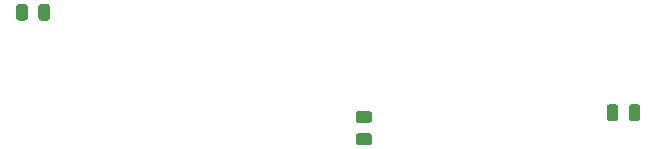
<source format=gbr>
G04 #@! TF.GenerationSoftware,KiCad,Pcbnew,5.1.5*
G04 #@! TF.CreationDate,2020-04-11T22:48:05+02:00*
G04 #@! TF.ProjectId,rc_car,72635f63-6172-42e6-9b69-6361645f7063,rev?*
G04 #@! TF.SameCoordinates,Original*
G04 #@! TF.FileFunction,Paste,Bot*
G04 #@! TF.FilePolarity,Positive*
%FSLAX46Y46*%
G04 Gerber Fmt 4.6, Leading zero omitted, Abs format (unit mm)*
G04 Created by KiCad (PCBNEW 5.1.5) date 2020-04-11 22:48:05*
%MOMM*%
%LPD*%
G04 APERTURE LIST*
%ADD10C,0.100000*%
G04 APERTURE END LIST*
D10*
G36*
X103330142Y-56301174D02*
G01*
X103353803Y-56304684D01*
X103377007Y-56310496D01*
X103399529Y-56318554D01*
X103421153Y-56328782D01*
X103441670Y-56341079D01*
X103460883Y-56355329D01*
X103478607Y-56371393D01*
X103494671Y-56389117D01*
X103508921Y-56408330D01*
X103521218Y-56428847D01*
X103531446Y-56450471D01*
X103539504Y-56472993D01*
X103545316Y-56496197D01*
X103548826Y-56519858D01*
X103550000Y-56543750D01*
X103550000Y-57456250D01*
X103548826Y-57480142D01*
X103545316Y-57503803D01*
X103539504Y-57527007D01*
X103531446Y-57549529D01*
X103521218Y-57571153D01*
X103508921Y-57591670D01*
X103494671Y-57610883D01*
X103478607Y-57628607D01*
X103460883Y-57644671D01*
X103441670Y-57658921D01*
X103421153Y-57671218D01*
X103399529Y-57681446D01*
X103377007Y-57689504D01*
X103353803Y-57695316D01*
X103330142Y-57698826D01*
X103306250Y-57700000D01*
X102818750Y-57700000D01*
X102794858Y-57698826D01*
X102771197Y-57695316D01*
X102747993Y-57689504D01*
X102725471Y-57681446D01*
X102703847Y-57671218D01*
X102683330Y-57658921D01*
X102664117Y-57644671D01*
X102646393Y-57628607D01*
X102630329Y-57610883D01*
X102616079Y-57591670D01*
X102603782Y-57571153D01*
X102593554Y-57549529D01*
X102585496Y-57527007D01*
X102579684Y-57503803D01*
X102576174Y-57480142D01*
X102575000Y-57456250D01*
X102575000Y-56543750D01*
X102576174Y-56519858D01*
X102579684Y-56496197D01*
X102585496Y-56472993D01*
X102593554Y-56450471D01*
X102603782Y-56428847D01*
X102616079Y-56408330D01*
X102630329Y-56389117D01*
X102646393Y-56371393D01*
X102664117Y-56355329D01*
X102683330Y-56341079D01*
X102703847Y-56328782D01*
X102725471Y-56318554D01*
X102747993Y-56310496D01*
X102771197Y-56304684D01*
X102794858Y-56301174D01*
X102818750Y-56300000D01*
X103306250Y-56300000D01*
X103330142Y-56301174D01*
G37*
G36*
X105205142Y-56301174D02*
G01*
X105228803Y-56304684D01*
X105252007Y-56310496D01*
X105274529Y-56318554D01*
X105296153Y-56328782D01*
X105316670Y-56341079D01*
X105335883Y-56355329D01*
X105353607Y-56371393D01*
X105369671Y-56389117D01*
X105383921Y-56408330D01*
X105396218Y-56428847D01*
X105406446Y-56450471D01*
X105414504Y-56472993D01*
X105420316Y-56496197D01*
X105423826Y-56519858D01*
X105425000Y-56543750D01*
X105425000Y-57456250D01*
X105423826Y-57480142D01*
X105420316Y-57503803D01*
X105414504Y-57527007D01*
X105406446Y-57549529D01*
X105396218Y-57571153D01*
X105383921Y-57591670D01*
X105369671Y-57610883D01*
X105353607Y-57628607D01*
X105335883Y-57644671D01*
X105316670Y-57658921D01*
X105296153Y-57671218D01*
X105274529Y-57681446D01*
X105252007Y-57689504D01*
X105228803Y-57695316D01*
X105205142Y-57698826D01*
X105181250Y-57700000D01*
X104693750Y-57700000D01*
X104669858Y-57698826D01*
X104646197Y-57695316D01*
X104622993Y-57689504D01*
X104600471Y-57681446D01*
X104578847Y-57671218D01*
X104558330Y-57658921D01*
X104539117Y-57644671D01*
X104521393Y-57628607D01*
X104505329Y-57610883D01*
X104491079Y-57591670D01*
X104478782Y-57571153D01*
X104468554Y-57549529D01*
X104460496Y-57527007D01*
X104454684Y-57503803D01*
X104451174Y-57480142D01*
X104450000Y-57456250D01*
X104450000Y-56543750D01*
X104451174Y-56519858D01*
X104454684Y-56496197D01*
X104460496Y-56472993D01*
X104468554Y-56450471D01*
X104478782Y-56428847D01*
X104491079Y-56408330D01*
X104505329Y-56389117D01*
X104521393Y-56371393D01*
X104539117Y-56355329D01*
X104558330Y-56341079D01*
X104578847Y-56328782D01*
X104600471Y-56318554D01*
X104622993Y-56310496D01*
X104646197Y-56304684D01*
X104669858Y-56301174D01*
X104693750Y-56300000D01*
X105181250Y-56300000D01*
X105205142Y-56301174D01*
G37*
G36*
X132480142Y-67253174D02*
G01*
X132503803Y-67256684D01*
X132527007Y-67262496D01*
X132549529Y-67270554D01*
X132571153Y-67280782D01*
X132591670Y-67293079D01*
X132610883Y-67307329D01*
X132628607Y-67323393D01*
X132644671Y-67341117D01*
X132658921Y-67360330D01*
X132671218Y-67380847D01*
X132681446Y-67402471D01*
X132689504Y-67424993D01*
X132695316Y-67448197D01*
X132698826Y-67471858D01*
X132700000Y-67495750D01*
X132700000Y-67983250D01*
X132698826Y-68007142D01*
X132695316Y-68030803D01*
X132689504Y-68054007D01*
X132681446Y-68076529D01*
X132671218Y-68098153D01*
X132658921Y-68118670D01*
X132644671Y-68137883D01*
X132628607Y-68155607D01*
X132610883Y-68171671D01*
X132591670Y-68185921D01*
X132571153Y-68198218D01*
X132549529Y-68208446D01*
X132527007Y-68216504D01*
X132503803Y-68222316D01*
X132480142Y-68225826D01*
X132456250Y-68227000D01*
X131543750Y-68227000D01*
X131519858Y-68225826D01*
X131496197Y-68222316D01*
X131472993Y-68216504D01*
X131450471Y-68208446D01*
X131428847Y-68198218D01*
X131408330Y-68185921D01*
X131389117Y-68171671D01*
X131371393Y-68155607D01*
X131355329Y-68137883D01*
X131341079Y-68118670D01*
X131328782Y-68098153D01*
X131318554Y-68076529D01*
X131310496Y-68054007D01*
X131304684Y-68030803D01*
X131301174Y-68007142D01*
X131300000Y-67983250D01*
X131300000Y-67495750D01*
X131301174Y-67471858D01*
X131304684Y-67448197D01*
X131310496Y-67424993D01*
X131318554Y-67402471D01*
X131328782Y-67380847D01*
X131341079Y-67360330D01*
X131355329Y-67341117D01*
X131371393Y-67323393D01*
X131389117Y-67307329D01*
X131408330Y-67293079D01*
X131428847Y-67280782D01*
X131450471Y-67270554D01*
X131472993Y-67262496D01*
X131496197Y-67256684D01*
X131519858Y-67253174D01*
X131543750Y-67252000D01*
X132456250Y-67252000D01*
X132480142Y-67253174D01*
G37*
G36*
X132480142Y-65378174D02*
G01*
X132503803Y-65381684D01*
X132527007Y-65387496D01*
X132549529Y-65395554D01*
X132571153Y-65405782D01*
X132591670Y-65418079D01*
X132610883Y-65432329D01*
X132628607Y-65448393D01*
X132644671Y-65466117D01*
X132658921Y-65485330D01*
X132671218Y-65505847D01*
X132681446Y-65527471D01*
X132689504Y-65549993D01*
X132695316Y-65573197D01*
X132698826Y-65596858D01*
X132700000Y-65620750D01*
X132700000Y-66108250D01*
X132698826Y-66132142D01*
X132695316Y-66155803D01*
X132689504Y-66179007D01*
X132681446Y-66201529D01*
X132671218Y-66223153D01*
X132658921Y-66243670D01*
X132644671Y-66262883D01*
X132628607Y-66280607D01*
X132610883Y-66296671D01*
X132591670Y-66310921D01*
X132571153Y-66323218D01*
X132549529Y-66333446D01*
X132527007Y-66341504D01*
X132503803Y-66347316D01*
X132480142Y-66350826D01*
X132456250Y-66352000D01*
X131543750Y-66352000D01*
X131519858Y-66350826D01*
X131496197Y-66347316D01*
X131472993Y-66341504D01*
X131450471Y-66333446D01*
X131428847Y-66323218D01*
X131408330Y-66310921D01*
X131389117Y-66296671D01*
X131371393Y-66280607D01*
X131355329Y-66262883D01*
X131341079Y-66243670D01*
X131328782Y-66223153D01*
X131318554Y-66201529D01*
X131310496Y-66179007D01*
X131304684Y-66155803D01*
X131301174Y-66132142D01*
X131300000Y-66108250D01*
X131300000Y-65620750D01*
X131301174Y-65596858D01*
X131304684Y-65573197D01*
X131310496Y-65549993D01*
X131318554Y-65527471D01*
X131328782Y-65505847D01*
X131341079Y-65485330D01*
X131355329Y-65466117D01*
X131371393Y-65448393D01*
X131389117Y-65432329D01*
X131408330Y-65418079D01*
X131428847Y-65405782D01*
X131450471Y-65395554D01*
X131472993Y-65387496D01*
X131496197Y-65381684D01*
X131519858Y-65378174D01*
X131543750Y-65377000D01*
X132456250Y-65377000D01*
X132480142Y-65378174D01*
G37*
G36*
X155205142Y-64801174D02*
G01*
X155228803Y-64804684D01*
X155252007Y-64810496D01*
X155274529Y-64818554D01*
X155296153Y-64828782D01*
X155316670Y-64841079D01*
X155335883Y-64855329D01*
X155353607Y-64871393D01*
X155369671Y-64889117D01*
X155383921Y-64908330D01*
X155396218Y-64928847D01*
X155406446Y-64950471D01*
X155414504Y-64972993D01*
X155420316Y-64996197D01*
X155423826Y-65019858D01*
X155425000Y-65043750D01*
X155425000Y-65956250D01*
X155423826Y-65980142D01*
X155420316Y-66003803D01*
X155414504Y-66027007D01*
X155406446Y-66049529D01*
X155396218Y-66071153D01*
X155383921Y-66091670D01*
X155369671Y-66110883D01*
X155353607Y-66128607D01*
X155335883Y-66144671D01*
X155316670Y-66158921D01*
X155296153Y-66171218D01*
X155274529Y-66181446D01*
X155252007Y-66189504D01*
X155228803Y-66195316D01*
X155205142Y-66198826D01*
X155181250Y-66200000D01*
X154693750Y-66200000D01*
X154669858Y-66198826D01*
X154646197Y-66195316D01*
X154622993Y-66189504D01*
X154600471Y-66181446D01*
X154578847Y-66171218D01*
X154558330Y-66158921D01*
X154539117Y-66144671D01*
X154521393Y-66128607D01*
X154505329Y-66110883D01*
X154491079Y-66091670D01*
X154478782Y-66071153D01*
X154468554Y-66049529D01*
X154460496Y-66027007D01*
X154454684Y-66003803D01*
X154451174Y-65980142D01*
X154450000Y-65956250D01*
X154450000Y-65043750D01*
X154451174Y-65019858D01*
X154454684Y-64996197D01*
X154460496Y-64972993D01*
X154468554Y-64950471D01*
X154478782Y-64928847D01*
X154491079Y-64908330D01*
X154505329Y-64889117D01*
X154521393Y-64871393D01*
X154539117Y-64855329D01*
X154558330Y-64841079D01*
X154578847Y-64828782D01*
X154600471Y-64818554D01*
X154622993Y-64810496D01*
X154646197Y-64804684D01*
X154669858Y-64801174D01*
X154693750Y-64800000D01*
X155181250Y-64800000D01*
X155205142Y-64801174D01*
G37*
G36*
X153330142Y-64801174D02*
G01*
X153353803Y-64804684D01*
X153377007Y-64810496D01*
X153399529Y-64818554D01*
X153421153Y-64828782D01*
X153441670Y-64841079D01*
X153460883Y-64855329D01*
X153478607Y-64871393D01*
X153494671Y-64889117D01*
X153508921Y-64908330D01*
X153521218Y-64928847D01*
X153531446Y-64950471D01*
X153539504Y-64972993D01*
X153545316Y-64996197D01*
X153548826Y-65019858D01*
X153550000Y-65043750D01*
X153550000Y-65956250D01*
X153548826Y-65980142D01*
X153545316Y-66003803D01*
X153539504Y-66027007D01*
X153531446Y-66049529D01*
X153521218Y-66071153D01*
X153508921Y-66091670D01*
X153494671Y-66110883D01*
X153478607Y-66128607D01*
X153460883Y-66144671D01*
X153441670Y-66158921D01*
X153421153Y-66171218D01*
X153399529Y-66181446D01*
X153377007Y-66189504D01*
X153353803Y-66195316D01*
X153330142Y-66198826D01*
X153306250Y-66200000D01*
X152818750Y-66200000D01*
X152794858Y-66198826D01*
X152771197Y-66195316D01*
X152747993Y-66189504D01*
X152725471Y-66181446D01*
X152703847Y-66171218D01*
X152683330Y-66158921D01*
X152664117Y-66144671D01*
X152646393Y-66128607D01*
X152630329Y-66110883D01*
X152616079Y-66091670D01*
X152603782Y-66071153D01*
X152593554Y-66049529D01*
X152585496Y-66027007D01*
X152579684Y-66003803D01*
X152576174Y-65980142D01*
X152575000Y-65956250D01*
X152575000Y-65043750D01*
X152576174Y-65019858D01*
X152579684Y-64996197D01*
X152585496Y-64972993D01*
X152593554Y-64950471D01*
X152603782Y-64928847D01*
X152616079Y-64908330D01*
X152630329Y-64889117D01*
X152646393Y-64871393D01*
X152664117Y-64855329D01*
X152683330Y-64841079D01*
X152703847Y-64828782D01*
X152725471Y-64818554D01*
X152747993Y-64810496D01*
X152771197Y-64804684D01*
X152794858Y-64801174D01*
X152818750Y-64800000D01*
X153306250Y-64800000D01*
X153330142Y-64801174D01*
G37*
M02*

</source>
